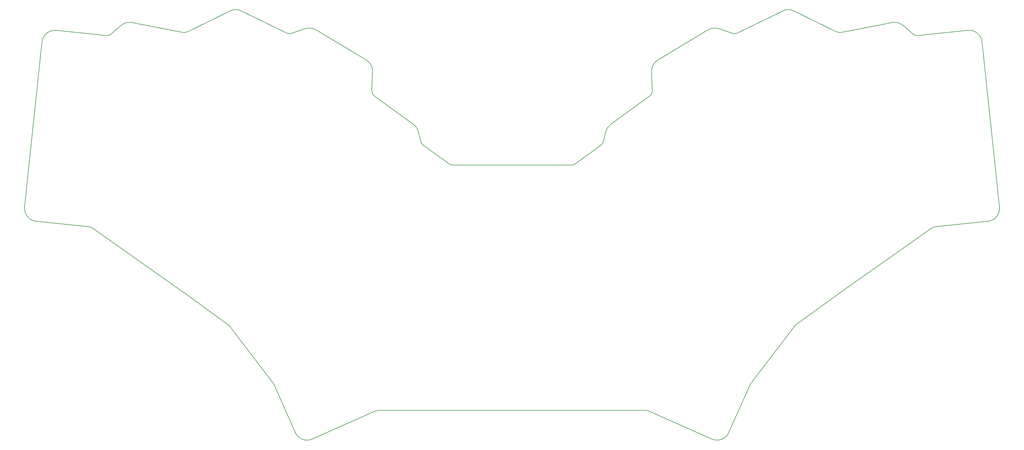
<source format=gm1>
G04 #@! TF.GenerationSoftware,KiCad,Pcbnew,8.0.3*
G04 #@! TF.CreationDate,2024-06-16T15:20:09+01:00*
G04 #@! TF.ProjectId,ykb,796b622e-6b69-4636-9164-5f7063625858,v1.0.0*
G04 #@! TF.SameCoordinates,Original*
G04 #@! TF.FileFunction,Profile,NP*
%FSLAX46Y46*%
G04 Gerber Fmt 4.6, Leading zero omitted, Abs format (unit mm)*
G04 Created by KiCad (PCBNEW 8.0.3) date 2024-06-16 15:20:09*
%MOMM*%
%LPD*%
G01*
G04 APERTURE LIST*
G04 #@! TA.AperFunction,Profile*
%ADD10C,0.150000*%
G04 #@! TD*
G04 APERTURE END LIST*
D10*
X243117244Y-146165070D02*
X206882755Y-146165070D01*
X205707185Y-145783104D02*
X197742396Y-139996346D01*
X196974337Y-138849800D02*
X196256662Y-135891303D01*
X194720542Y-133598210D02*
G75*
G02*
X196256662Y-135891303I-2351141J-3236068D01*
G01*
X194720542Y-133598210D02*
X182775061Y-124919310D01*
X181952783Y-123208534D02*
X182218983Y-117474033D01*
X180283480Y-113858987D02*
G75*
G02*
X182219025Y-117473140I-2060152J-3428669D01*
G01*
X180283480Y-113858987D02*
X164854469Y-104588301D01*
X161475223Y-104240729D02*
G75*
G02*
X164854469Y-104588301I1319093J-3776242D01*
G01*
X161475224Y-104240730D02*
X157420195Y-105657207D01*
X155883907Y-105566674D02*
X141953443Y-98772333D01*
X138433211Y-98778832D02*
G75*
G02*
X141953443Y-98772333I1766747J-3588677D01*
G01*
X138433211Y-98778832D02*
X125373759Y-105208152D01*
X124108767Y-105377068D02*
X108422264Y-102327921D01*
X105038415Y-103232446D02*
G75*
G02*
X108422264Y-102327921I2620613J-3021983D01*
G01*
X105038414Y-103232446D02*
X102002431Y-105865200D01*
X100483067Y-106343253D02*
X85172002Y-104733995D01*
X80775801Y-108293968D02*
G75*
G02*
X85172002Y-104733995I3978087J-418114D01*
G01*
X80775800Y-108293968D02*
X75444848Y-159014585D01*
X79004822Y-163410787D02*
G75*
G02*
X75444848Y-159014585I418114J3978088D01*
G01*
X79004822Y-163410787D02*
X95347409Y-165128462D01*
X96293516Y-165484840D02*
X123968719Y-185065954D01*
X123989125Y-185080585D02*
X137815011Y-195125679D01*
X138227197Y-195527560D02*
X151604134Y-212991921D01*
X151843467Y-213394601D02*
X158470216Y-228278521D01*
X163751343Y-230305756D02*
G75*
G02*
X158470216Y-228278521I-1626946J3654181D01*
G01*
X163751344Y-230305756D02*
X183141036Y-221672909D01*
X183954510Y-221500000D02*
X266045490Y-221500000D01*
X266858963Y-221672909D02*
X286248655Y-230305756D01*
X291529783Y-228278522D02*
G75*
G02*
X286248655Y-230305756I-3654181J1626947D01*
G01*
X291529784Y-228278521D02*
X298156532Y-213394601D01*
X298395866Y-212991921D02*
X311772802Y-195527560D01*
X312184988Y-195125679D02*
X326010874Y-185080585D01*
X326031280Y-185065954D02*
X353706483Y-165484840D01*
X354652590Y-165128462D02*
X370995177Y-163410787D01*
X374555151Y-159014585D02*
X369224199Y-108293968D01*
X364827997Y-104733994D02*
G75*
G02*
X369224199Y-108293968I418114J-3978088D01*
G01*
X364827998Y-104733995D02*
X349516933Y-106343253D01*
X347997569Y-105865200D02*
X344961586Y-103232446D01*
X341577736Y-102327920D02*
G75*
G02*
X344961586Y-103232446I763236J-3926509D01*
G01*
X341577736Y-102327921D02*
X325891232Y-105377068D01*
X324626240Y-105208152D02*
X311566789Y-98778832D01*
X308046557Y-98772332D02*
G75*
G02*
X311566789Y-98778832I1753484J-3595177D01*
G01*
X308046557Y-98772333D02*
X294116092Y-105566674D01*
X292579804Y-105657207D02*
X288524775Y-104240730D01*
X285145530Y-104588302D02*
G75*
G02*
X288524775Y-104240730I2060153J-3428669D01*
G01*
X285145531Y-104588301D02*
X269716519Y-113858987D01*
X267781016Y-117474033D02*
X268047217Y-123208534D01*
X267224939Y-124919310D02*
X255279457Y-133598210D01*
X253743337Y-135891303D02*
G75*
G02*
X255279457Y-133598210I3887261J-942975D01*
G01*
X253743337Y-135891303D02*
X253025663Y-138849800D01*
X252257603Y-139996346D02*
X244292814Y-145783104D01*
X206882755Y-146165070D02*
G75*
G02*
X205707185Y-145783104I0J2000000D01*
G01*
X197742397Y-139996346D02*
G75*
G02*
X196974337Y-138849800I1175570J1618033D01*
G01*
X182775061Y-124919309D02*
G75*
G02*
X181952784Y-123208534I1175570J1618033D01*
G01*
X157420195Y-105657206D02*
G75*
G02*
X155883907Y-105566674I-659546J1888120D01*
G01*
X125373759Y-105208152D02*
G75*
G02*
X124108767Y-105377068I-883374J1794338D01*
G01*
X102002431Y-105865201D02*
G75*
G02*
X100483067Y-106343253I-1310307J1510992D01*
G01*
X95347409Y-165128461D02*
G75*
G02*
X96293516Y-165484840I-209057J-1989044D01*
G01*
X123968719Y-185065954D02*
G75*
G02*
X123989125Y-185080585I-1155164J-1632665D01*
G01*
X137815010Y-195125679D02*
G75*
G02*
X138227197Y-195527560I-1175570J-1618034D01*
G01*
X151604133Y-212991922D02*
G75*
G02*
X151843467Y-213394601I-1587757J-1216152D01*
G01*
X183141037Y-221672909D02*
G75*
G02*
X183954510Y-221500000I813473J-1827091D01*
G01*
X266045490Y-221500000D02*
G75*
G02*
X266858963Y-221672909I0J-2000000D01*
G01*
X298156532Y-213394600D02*
G75*
G02*
X298395866Y-212991921I1827091J-813474D01*
G01*
X311772801Y-195527560D02*
G75*
G02*
X312184988Y-195125679I1587758J-1216153D01*
G01*
X326010874Y-185080585D02*
G75*
G02*
X326031280Y-185065954I1175570J-1618034D01*
G01*
X353706483Y-165484840D02*
G75*
G02*
X354652590Y-165128462I1155164J-1632665D01*
G01*
X349516933Y-106343252D02*
G75*
G02*
X347997569Y-105865200I-209057J1989043D01*
G01*
X325891231Y-105377068D02*
G75*
G02*
X324626240Y-105208152I-381617J1963254D01*
G01*
X294116093Y-105566674D02*
G75*
G02*
X292579804Y-105657207I-876743J1797588D01*
G01*
X268047217Y-123208534D02*
G75*
G02*
X267224939Y-124919310I-1997849J-92742D01*
G01*
X253025662Y-138849799D02*
G75*
G02*
X252257603Y-139996346I-1943630J471486D01*
G01*
X244292815Y-145783104D02*
G75*
G02*
X243117244Y-146165070I-1175571J1618034D01*
G01*
X374555151Y-159014585D02*
G75*
G02*
X370995177Y-163410787I-3978088J-418114D01*
G01*
X267780975Y-117473141D02*
G75*
G02*
X269716519Y-113858987I3995697J185485D01*
G01*
M02*

</source>
